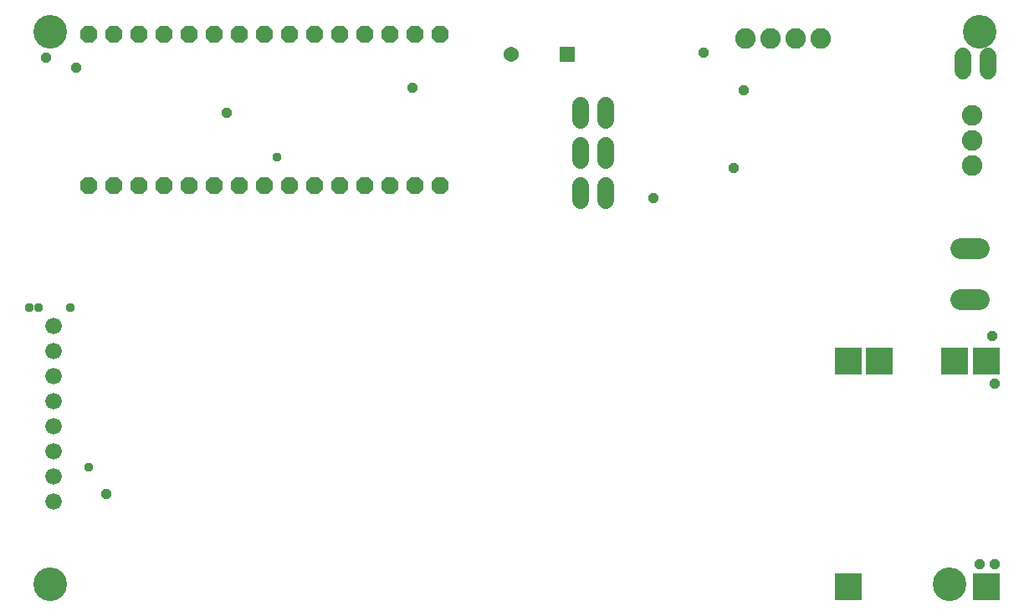
<source format=gbr>
G04 EAGLE Gerber RS-274X export*
G75*
%MOMM*%
%FSLAX34Y34*%
%LPD*%
%INSoldermask Bottom*%
%IPPOS*%
%AMOC8*
5,1,8,0,0,1.08239X$1,22.5*%
G01*
%ADD10C,3.403200*%
%ADD11C,1.727200*%
%ADD12C,1.676400*%
%ADD13R,2.703200X2.703200*%
%ADD14C,2.082800*%
%ADD15P,1.852186X8X112.500000*%
%ADD16P,1.852186X8X292.500000*%
%ADD17C,2.082800*%
%ADD18R,1.536700X1.536700*%
%ADD19P,1.038661X8X22.500000*%
%ADD20C,0.959600*%
%ADD21C,1.536700*%


D10*
X30000Y590000D03*
X30000Y30000D03*
X940000Y30000D03*
X970000Y590000D03*
D11*
X591960Y515620D02*
X591960Y500380D01*
X566560Y500380D02*
X566560Y515620D01*
X978510Y549910D02*
X978510Y565150D01*
X953110Y565150D02*
X953110Y549910D01*
X591960Y434340D02*
X591960Y419100D01*
X566560Y419100D02*
X566560Y434340D01*
X591960Y459740D02*
X591960Y474980D01*
X566560Y474980D02*
X566560Y459740D01*
D12*
X33020Y114300D03*
X33020Y139700D03*
X33020Y165100D03*
X33020Y190500D03*
X33020Y215900D03*
X33020Y241300D03*
X33020Y266700D03*
X33020Y292100D03*
D13*
X837190Y27530D03*
X976890Y27530D03*
X868940Y256130D03*
X945140Y256130D03*
X837190Y256130D03*
X976890Y256130D03*
D14*
X962800Y454300D03*
X962800Y479700D03*
X962800Y505100D03*
D15*
X424250Y587606D03*
X398850Y587606D03*
X373450Y587606D03*
X348050Y587606D03*
X322650Y587606D03*
X297250Y587606D03*
X271850Y587606D03*
X246450Y587606D03*
X221050Y587606D03*
X195650Y587606D03*
X170250Y587606D03*
X144850Y587606D03*
X424250Y434190D03*
X398850Y434190D03*
X373450Y434190D03*
X221050Y434190D03*
X195650Y434190D03*
X170250Y434190D03*
X144850Y434190D03*
X68650Y434190D03*
X68650Y587606D03*
X94050Y587606D03*
X119450Y587606D03*
D16*
X94050Y434190D03*
X119450Y434190D03*
D15*
X348050Y434190D03*
D16*
X246450Y434190D03*
X271850Y434190D03*
X297250Y434190D03*
X322650Y434190D03*
D14*
X809720Y582880D03*
X784320Y582880D03*
X758920Y582880D03*
X733520Y582880D03*
D17*
X950844Y370910D02*
X969640Y370910D01*
X969640Y318840D02*
X950844Y318840D01*
D18*
X552622Y567180D03*
D19*
X396240Y533400D03*
X55880Y553720D03*
X25400Y563880D03*
X86360Y121920D03*
X985520Y50800D03*
X970280Y50800D03*
X985520Y233680D03*
X982980Y281940D03*
X721360Y452120D03*
X640080Y421640D03*
X731520Y530860D03*
X690880Y568960D03*
X208280Y508000D03*
D20*
X68580Y148590D03*
X259080Y462534D03*
X17526Y310896D03*
X8382Y310896D03*
X50292Y310896D03*
D21*
X495860Y567180D03*
M02*

</source>
